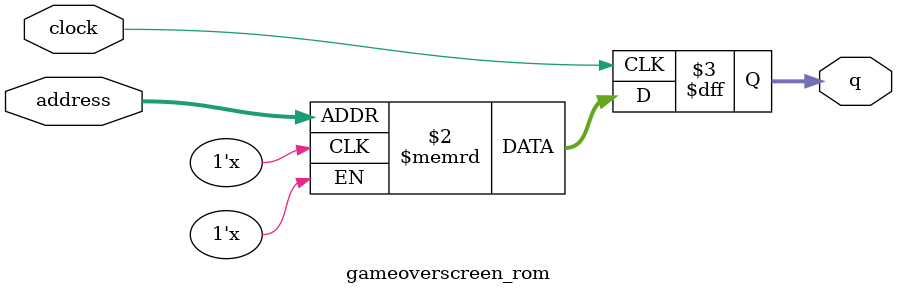
<source format=sv>
module gameoverscreen_rom (
	input logic clock,
	input logic [16:0] address,
	output logic [4:0] q
);

logic [4:0] memory [0:76799] /* synthesis ram_init_file = "./gameoverscreen/gameoverscreen.mif" */;

always_ff @ (posedge clock) begin
	q <= memory[address];
end

endmodule

</source>
